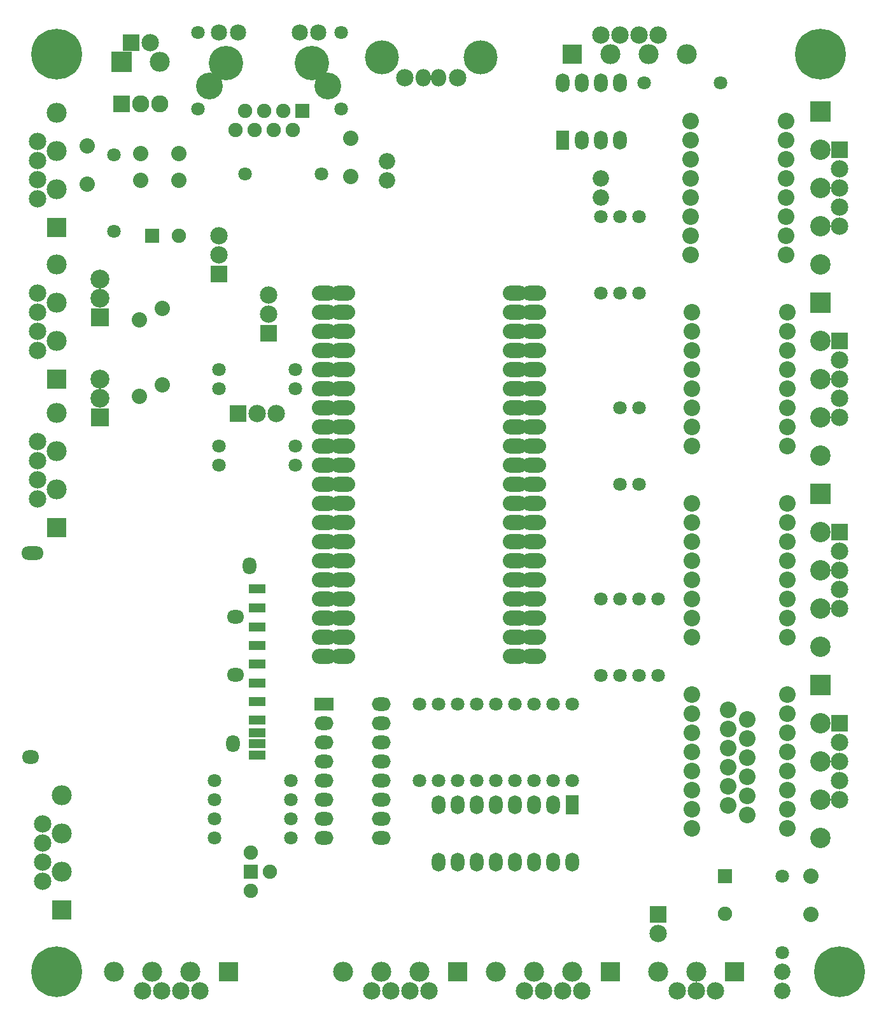
<source format=gts>
G04 (created by PCBNEW-RS274X (2012-02-06 BZR 3180)-stable) date Sun 03 Jun 2012 09:51:07 PM CEST*
G01*
G70*
G90*
%MOIN*%
G04 Gerber Fmt 3.4, Leading zero omitted, Abs format*
%FSLAX34Y34*%
G04 APERTURE LIST*
%ADD10C,0.006000*%
%ADD11R,0.104600X0.104600*%
%ADD12C,0.104600*%
%ADD13C,0.090900*%
%ADD14R,0.071200X0.098700*%
%ADD15O,0.071200X0.098700*%
%ADD16C,0.266100*%
%ADD17C,0.071200*%
%ADD18C,0.090000*%
%ADD19R,0.090000X0.090000*%
%ADD20C,0.086900*%
%ADD21R,0.098700X0.071200*%
%ADD22O,0.098700X0.071200*%
%ADD23R,0.106600X0.106600*%
%ADD24R,0.090900X0.090900*%
%ADD25C,0.106600*%
%ADD26O,0.126300X0.079100*%
%ADD27C,0.180000*%
%ADD28R,0.075000X0.075000*%
%ADD29C,0.075000*%
%ADD30C,0.140000*%
%ADD31C,0.085000*%
%ADD32C,0.080000*%
%ADD33C,0.086000*%
%ADD34C,0.098700*%
%ADD35R,0.094800X0.094800*%
%ADD36R,0.088900X0.047600*%
%ADD37O,0.070900X0.090400*%
%ADD38O,0.090400X0.070900*%
%ADD39O,0.117800X0.070900*%
%ADD40O,0.079100X0.090900*%
%ADD41C,0.177500*%
G04 APERTURE END LIST*
G54D10*
G54D11*
X49500Y-64000D03*
G54D12*
X47500Y-64000D03*
G54D13*
X48500Y-65000D03*
X47500Y-65000D03*
X46500Y-65000D03*
G54D12*
X45500Y-64000D03*
G54D14*
X40500Y-20500D03*
G54D15*
X41500Y-20500D03*
X42500Y-20500D03*
X43500Y-20500D03*
X43500Y-17500D03*
X42500Y-17500D03*
X41500Y-17500D03*
X40500Y-17500D03*
G54D16*
X14000Y-16000D03*
X54000Y-16000D03*
X14000Y-64000D03*
X55000Y-64000D03*
G54D17*
X26250Y-57000D03*
X22250Y-57000D03*
X41000Y-54000D03*
X41000Y-50000D03*
X40000Y-54000D03*
X40000Y-50000D03*
X23850Y-22250D03*
X27850Y-22250D03*
X26250Y-56000D03*
X22250Y-56000D03*
X37000Y-54000D03*
X37000Y-50000D03*
X45500Y-44500D03*
X45500Y-48500D03*
X35000Y-54000D03*
X35000Y-50000D03*
X33000Y-54000D03*
X33000Y-50000D03*
X42500Y-48500D03*
X42500Y-44500D03*
X34000Y-54000D03*
X34000Y-50000D03*
X38000Y-54000D03*
X38000Y-50000D03*
X26500Y-33500D03*
X22500Y-33500D03*
X43500Y-48500D03*
X43500Y-44500D03*
X26500Y-32500D03*
X22500Y-32500D03*
X44500Y-44500D03*
X44500Y-48500D03*
X43500Y-38500D03*
X43500Y-34500D03*
X17000Y-25250D03*
X17000Y-21250D03*
X44500Y-34500D03*
X44500Y-38500D03*
X36000Y-50000D03*
X36000Y-54000D03*
X43500Y-28500D03*
X43500Y-24500D03*
X26500Y-37500D03*
X22500Y-37500D03*
X26500Y-36500D03*
X22500Y-36500D03*
X44500Y-24500D03*
X44500Y-28500D03*
X52000Y-63000D03*
X52000Y-59000D03*
X42500Y-24500D03*
X42500Y-28500D03*
X21400Y-18850D03*
X21400Y-14850D03*
X28900Y-18850D03*
X28900Y-14850D03*
X48750Y-17500D03*
X44750Y-17500D03*
X39000Y-54000D03*
X39000Y-50000D03*
X26250Y-54000D03*
X22250Y-54000D03*
X26250Y-55000D03*
X22250Y-55000D03*
G54D18*
X19400Y-18600D03*
X18400Y-18600D03*
G54D19*
X17400Y-18600D03*
G54D11*
X14000Y-25050D03*
G54D12*
X14000Y-23050D03*
X14000Y-21050D03*
X14000Y-19050D03*
G54D13*
X13000Y-23550D03*
X13000Y-22550D03*
X13000Y-21550D03*
X13000Y-20550D03*
G54D20*
X47250Y-29500D03*
X47250Y-30500D03*
X47250Y-31500D03*
X47250Y-32500D03*
X47250Y-33500D03*
X47250Y-34500D03*
X47250Y-35500D03*
X47250Y-36500D03*
X52250Y-36500D03*
X52250Y-35500D03*
X52250Y-34500D03*
X52250Y-33500D03*
X52250Y-32500D03*
X52250Y-31500D03*
X52250Y-30500D03*
X52250Y-29500D03*
X47250Y-39500D03*
X47250Y-40500D03*
X47250Y-41500D03*
X47250Y-42500D03*
X47250Y-43500D03*
X47250Y-44500D03*
X47250Y-45500D03*
X47250Y-46500D03*
X52250Y-46500D03*
X52250Y-45500D03*
X52250Y-44500D03*
X52250Y-43500D03*
X52250Y-42500D03*
X52250Y-41500D03*
X52250Y-40500D03*
X52250Y-39500D03*
G54D11*
X41000Y-16000D03*
G54D12*
X43000Y-16000D03*
X45000Y-16000D03*
X47000Y-16000D03*
G54D13*
X42500Y-15000D03*
X43500Y-15000D03*
X44500Y-15000D03*
X45500Y-15000D03*
G54D14*
X41000Y-55250D03*
G54D15*
X40000Y-55250D03*
X39000Y-55250D03*
X38000Y-55250D03*
X37000Y-55250D03*
X36000Y-55250D03*
X35000Y-55250D03*
X34000Y-55250D03*
X34000Y-58250D03*
X35000Y-58250D03*
X36000Y-58250D03*
X37000Y-58250D03*
X38000Y-58250D03*
X39000Y-58250D03*
X40000Y-58250D03*
X41000Y-58250D03*
G54D21*
X28000Y-50000D03*
G54D22*
X28000Y-51000D03*
X28000Y-52000D03*
X28000Y-53000D03*
X28000Y-54000D03*
X28000Y-55000D03*
X28000Y-56000D03*
X28000Y-57000D03*
X31000Y-57000D03*
X31000Y-56000D03*
X31000Y-55000D03*
X31000Y-54000D03*
X31000Y-53000D03*
X31000Y-52000D03*
X31000Y-51000D03*
X31000Y-50000D03*
G54D23*
X17400Y-16400D03*
G54D12*
X19400Y-16400D03*
G54D24*
X17900Y-15400D03*
G54D13*
X18900Y-15400D03*
G54D11*
X14000Y-33000D03*
G54D12*
X14000Y-31000D03*
X14000Y-29000D03*
X14000Y-27000D03*
G54D13*
X13000Y-31500D03*
X13000Y-30500D03*
X13000Y-29500D03*
X13000Y-28500D03*
G54D11*
X14250Y-60750D03*
G54D12*
X14250Y-58750D03*
X14250Y-56750D03*
X14250Y-54750D03*
G54D13*
X13250Y-59250D03*
X13250Y-58250D03*
X13250Y-57250D03*
X13250Y-56250D03*
G54D11*
X23000Y-64000D03*
G54D12*
X21000Y-64000D03*
X19000Y-64000D03*
X17000Y-64000D03*
G54D13*
X21500Y-65000D03*
X20500Y-65000D03*
X19500Y-65000D03*
X18500Y-65000D03*
G54D11*
X43000Y-64000D03*
G54D12*
X41000Y-64000D03*
X39000Y-64000D03*
X37000Y-64000D03*
G54D13*
X41500Y-65000D03*
X40500Y-65000D03*
X39500Y-65000D03*
X38500Y-65000D03*
G54D11*
X14000Y-40750D03*
G54D12*
X14000Y-38750D03*
X14000Y-36750D03*
X14000Y-34750D03*
G54D13*
X13000Y-39250D03*
X13000Y-38250D03*
X13000Y-37250D03*
X13000Y-36250D03*
G54D11*
X35000Y-64000D03*
G54D12*
X33000Y-64000D03*
X31000Y-64000D03*
X29000Y-64000D03*
G54D13*
X33500Y-65000D03*
X32500Y-65000D03*
X31500Y-65000D03*
X30500Y-65000D03*
G54D23*
X54000Y-49000D03*
G54D25*
X54000Y-51000D03*
X54000Y-53000D03*
X54000Y-55000D03*
G54D24*
X55000Y-51000D03*
G54D13*
X55000Y-52000D03*
X55000Y-53000D03*
X55000Y-54000D03*
G54D25*
X54000Y-57000D03*
G54D13*
X55000Y-55000D03*
G54D23*
X54000Y-39000D03*
G54D25*
X54000Y-41000D03*
X54000Y-43000D03*
X54000Y-45000D03*
G54D24*
X55000Y-41000D03*
G54D13*
X55000Y-42000D03*
X55000Y-43000D03*
X55000Y-44000D03*
G54D25*
X54000Y-47000D03*
G54D13*
X55000Y-45000D03*
G54D23*
X54000Y-19000D03*
G54D25*
X54000Y-21000D03*
X54000Y-23000D03*
X54000Y-25000D03*
G54D24*
X55000Y-21000D03*
G54D13*
X55000Y-22000D03*
X55000Y-23000D03*
X55000Y-24000D03*
G54D25*
X54000Y-27000D03*
G54D13*
X55000Y-25000D03*
G54D23*
X54000Y-29000D03*
G54D25*
X54000Y-31000D03*
X54000Y-33000D03*
X54000Y-35000D03*
G54D24*
X55000Y-31000D03*
G54D13*
X55000Y-32000D03*
X55000Y-33000D03*
X55000Y-34000D03*
G54D25*
X54000Y-37000D03*
G54D13*
X55000Y-35000D03*
G54D26*
X39000Y-28500D03*
X39000Y-29500D03*
X39000Y-30500D03*
X39000Y-31500D03*
X39000Y-32500D03*
X39000Y-33500D03*
X39000Y-34500D03*
X39000Y-35500D03*
X39000Y-36500D03*
X39000Y-37500D03*
X39000Y-38500D03*
X39000Y-39500D03*
X39000Y-40500D03*
X39000Y-41500D03*
X39000Y-42500D03*
X39000Y-43500D03*
X39000Y-44500D03*
X39000Y-45500D03*
X39000Y-46500D03*
X39000Y-47500D03*
X28000Y-47500D03*
X28000Y-46500D03*
X28000Y-45500D03*
X28000Y-44500D03*
X28000Y-43500D03*
X28000Y-42500D03*
X28000Y-41500D03*
X28000Y-40500D03*
X28000Y-39500D03*
X28000Y-38500D03*
X28000Y-37500D03*
X28000Y-36500D03*
X28000Y-35500D03*
X28000Y-34500D03*
X28000Y-33500D03*
X28000Y-32500D03*
X28000Y-31500D03*
X28000Y-30500D03*
X28000Y-29500D03*
X28000Y-28500D03*
X29000Y-28500D03*
X29000Y-29500D03*
X29000Y-30500D03*
X29000Y-31500D03*
X29000Y-32500D03*
X29000Y-33500D03*
X29000Y-34500D03*
X29000Y-35500D03*
X29000Y-36500D03*
X29000Y-37500D03*
X29000Y-38500D03*
X29000Y-39500D03*
X29000Y-40500D03*
X29000Y-41500D03*
X29000Y-42500D03*
X29000Y-43500D03*
X29000Y-44500D03*
X29000Y-45500D03*
X29000Y-46500D03*
X29000Y-47500D03*
X38000Y-47500D03*
X38000Y-46500D03*
X38000Y-45500D03*
X38000Y-44500D03*
X38000Y-43500D03*
X38000Y-42500D03*
X38000Y-41500D03*
X38000Y-40500D03*
X38000Y-39500D03*
X38000Y-38500D03*
X38000Y-37500D03*
X38000Y-36500D03*
X38000Y-35500D03*
X38000Y-34500D03*
X38000Y-33500D03*
X38000Y-32500D03*
X38000Y-31500D03*
X38000Y-30500D03*
X38000Y-29500D03*
X38000Y-28500D03*
G54D20*
X47200Y-19500D03*
X47200Y-20500D03*
X47200Y-21500D03*
X47200Y-22500D03*
X47200Y-23500D03*
X47200Y-24500D03*
X47200Y-25500D03*
X47200Y-26500D03*
X52200Y-26500D03*
X52200Y-25500D03*
X52200Y-24500D03*
X52200Y-23500D03*
X52200Y-22500D03*
X52200Y-21500D03*
X52200Y-20500D03*
X52200Y-19500D03*
X47250Y-49500D03*
X47250Y-50500D03*
X47250Y-51500D03*
X47250Y-52500D03*
X47250Y-53500D03*
X47250Y-54500D03*
X47250Y-55500D03*
X47250Y-56500D03*
X52250Y-56500D03*
X52250Y-55500D03*
X52250Y-54500D03*
X52250Y-53500D03*
X52250Y-52500D03*
X52250Y-51500D03*
X52250Y-50500D03*
X52250Y-49500D03*
G54D24*
X22500Y-27500D03*
G54D13*
X22500Y-26500D03*
X22500Y-25500D03*
G54D27*
X22850Y-16450D03*
X27350Y-16450D03*
G54D28*
X26850Y-18950D03*
G54D29*
X26350Y-19950D03*
X25850Y-18950D03*
X25350Y-19950D03*
X24850Y-18950D03*
X24350Y-19950D03*
X23850Y-18950D03*
X23350Y-19950D03*
G54D30*
X28200Y-17650D03*
X22000Y-17650D03*
G54D31*
X27700Y-14850D03*
X26710Y-14850D03*
X23490Y-14850D03*
X22500Y-14850D03*
G54D32*
X53500Y-59000D03*
X53500Y-61000D03*
X15600Y-22800D03*
X15600Y-20800D03*
X29400Y-22400D03*
X29400Y-20400D03*
X20400Y-21200D03*
X18400Y-21200D03*
X20400Y-22600D03*
X18400Y-22600D03*
G54D33*
X42500Y-23500D03*
X42500Y-22500D03*
X31300Y-22600D03*
X31300Y-21600D03*
G54D28*
X49000Y-59000D03*
G54D29*
X49000Y-60969D03*
G54D28*
X19000Y-25500D03*
G54D29*
X20378Y-25500D03*
G54D34*
X16250Y-33000D03*
X16250Y-34000D03*
G54D35*
X16250Y-35000D03*
G54D34*
X16250Y-27750D03*
X16250Y-28750D03*
G54D35*
X16250Y-29750D03*
G54D24*
X45500Y-61000D03*
G54D13*
X45500Y-62000D03*
G54D24*
X23500Y-34800D03*
G54D13*
X24500Y-34800D03*
X25500Y-34800D03*
G54D24*
X25100Y-30600D03*
G54D13*
X25100Y-29600D03*
X25100Y-28600D03*
G54D36*
X24500Y-44978D03*
X24500Y-45957D03*
X24500Y-46935D03*
X24500Y-47913D03*
X24500Y-48890D03*
X24500Y-49869D03*
X24500Y-50818D03*
X24500Y-51483D03*
X24500Y-43963D03*
X24500Y-52050D03*
X24500Y-52676D03*
G54D37*
X24081Y-42770D03*
G54D38*
X23364Y-45443D03*
X23364Y-48463D03*
X12616Y-52758D03*
G54D37*
X23222Y-52053D03*
G54D39*
X12719Y-42085D03*
G54D40*
X33205Y-17220D03*
X33995Y-17220D03*
G54D13*
X32225Y-17220D03*
G54D41*
X31015Y-16150D03*
X36185Y-16150D03*
G54D13*
X34975Y-17220D03*
G54D33*
X52000Y-64000D03*
X52000Y-65000D03*
G54D32*
X19520Y-33300D03*
X19520Y-29300D03*
X18315Y-33900D03*
X18315Y-29900D03*
G54D28*
X24155Y-58765D03*
G54D29*
X24155Y-57765D03*
X24155Y-59765D03*
X25155Y-58765D03*
G54D20*
X50150Y-55800D03*
X49150Y-55300D03*
X50150Y-54800D03*
X49150Y-54300D03*
X50150Y-53800D03*
X49150Y-53300D03*
X50150Y-52800D03*
X49150Y-52300D03*
X50150Y-51800D03*
X49150Y-51300D03*
X50150Y-50800D03*
X49150Y-50300D03*
M02*

</source>
